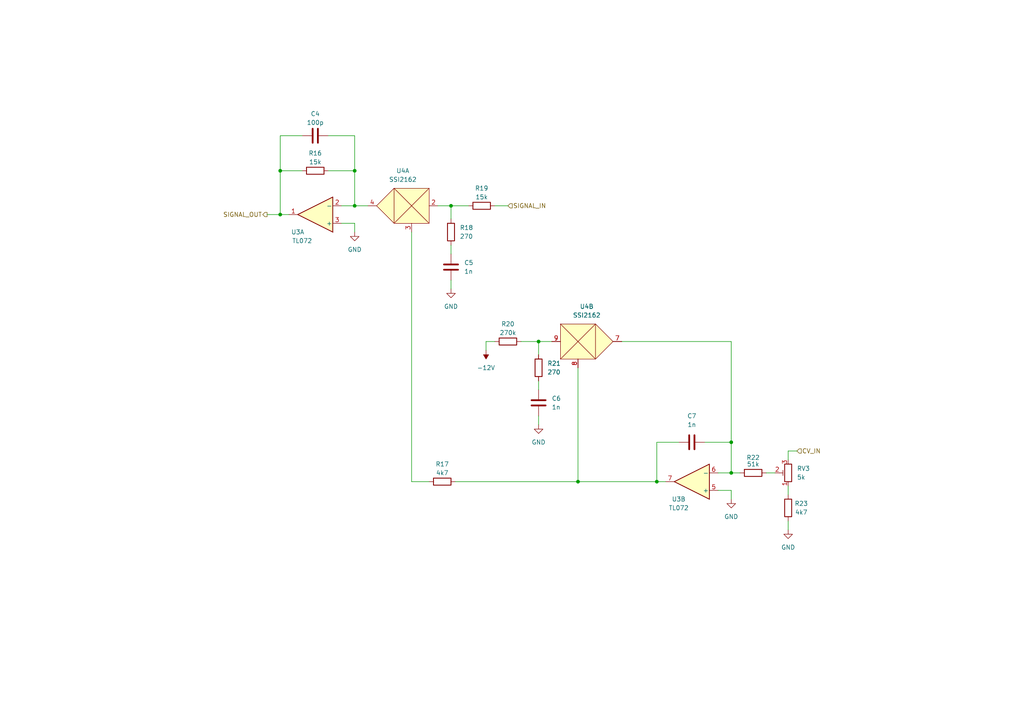
<source format=kicad_sch>
(kicad_sch (version 20211123) (generator eeschema)
  (paper "A4")
  (title_block (title "Late MS20 VCF plug-in board") (date "2022-07-29") (rev "0.1") (comment 1 "creativecommons.org/licenses/by/4.0/") (comment 2 "License: CC by 4.0") (comment 3 "Author: Jordan Aceto"))
  (lib_symbols
    (symbol "Amplifier_Operational:TL072" (pin_names (offset 0.127))
      (property "Reference" "U" (at 0 5.08 0))
      (property "Value" "TL072" (at 0 -5.08 0))
      (symbol "TL072_1_1"
        (polyline (pts (xy -5.08 5.08) (xy 5.08 0) (xy -5.08 -5.08) (xy -5.08 5.08)) (stroke (width 0.254)) (fill (type background)))
        (pin output line (at 7.62 0 180) (length 2.54) (name "~") (number "1"))
        (pin input line (at -7.62 -2.54 0) (length 2.54) (name "-") (number "2"))
        (pin input line (at -7.62 2.54 0) (length 2.54) (name "+") (number "3"))
      )
      (symbol "TL072_2_1"
        (polyline (pts (xy -5.08 5.08) (xy 5.08 0) (xy -5.08 -5.08) (xy -5.08 5.08)) (stroke (width 0.254)) (fill (type background)))
        (pin input line (at -7.62 2.54 0) (length 2.54) (name "+") (number "5"))
        (pin input line (at -7.62 -2.54 0) (length 2.54) (name "-") (number "6"))
        (pin output line (at 7.62 0 180) (length 2.54) (name "~") (number "7"))
      )
      (symbol "TL072_3_1"
        (pin power_in line (at -2.54 -7.62 90) (length 3.81) (name "V-") (number "4"))
        (pin power_in line (at -2.54 7.62 270) (length 3.81) (name "V+") (number "8"))
      )
    )
    (symbol "Device:C" (pin_numbers hide) (pin_names (offset 0.254))
      (property "Reference" "C" (at 0.635 2.54 0))
      (property "Value" "C" (at 0.635 -2.54 0))
      (symbol "C_0_1"
        (polyline (pts (xy -2.032 -0.762) (xy 2.032 -0.762)) (stroke (width 0.508)))
        (polyline (pts (xy -2.032 0.762) (xy 2.032 0.762)) (stroke (width 0.508)))
      )
      (symbol "C_1_1"
        (pin passive line (at 0 3.81 270) (length 2.794) (name "~") (number "1"))
        (pin passive line (at 0 -3.81 90) (length 2.794) (name "~") (number "2"))
      )
    )
    (symbol "Device:R" (pin_numbers hide) (pin_names (offset 0))
      (property "Reference" "R" (at 2.032 0 90))
      (property "Value" "R" (at 0 0 90))
      (symbol "R_0_1"
        (rectangle (start -1.016 -2.54) (end 1.016 2.54) (stroke (width 0.254)))
      )
      (symbol "R_1_1"
        (pin passive line (at 0 3.81 270) (length 1.27) (name "~") (number "1"))
        (pin passive line (at 0 -3.81 90) (length 1.27) (name "~") (number "2"))
      )
    )
    (symbol "Device:R_Potentiometer_Trim" (pin_names (offset 1.016) hide)
      (property "Reference" "RV" (at -4.445 0 90))
      (property "Value" "R_Potentiometer_Trim" (at -2.54 0 90))
      (symbol "R_Potentiometer_Trim_0_1"
        (polyline (pts (xy 1.524 0.762) (xy 1.524 -0.762)))
        (polyline (pts (xy 2.54 0) (xy 1.524 0)))
        (rectangle (start 1.016 2.54) (end -1.016 -2.54) (stroke (width 0.254)))
      )
      (symbol "R_Potentiometer_Trim_1_1"
        (pin passive line (at 0 3.81 270) (length 1.27) (name "1") (number "1"))
        (pin passive line (at 3.81 0 180) (length 1.27) (name "2") (number "2"))
        (pin passive line (at 0 -3.81 90) (length 1.27) (name "3") (number "3"))
      )
    )
    (symbol "SSI2162_1" (pin_names (offset 1.016))
      (property "Reference" "U" (at 0 -12.7 0))
      (property "Value" "SSI2162_1" (at 0 7.62 0))
      (symbol "SSI2162_1_1_1"
        (rectangle (start -5.08 5.08) (end 5.08 -5.08) (fill (type background)))
        (polyline (pts (xy 5.08 5.08) (xy -5.08 -5.08)))
        (polyline (pts (xy 5.08 5.08) (xy 10.16 0) (xy 5.08 -5.08) (xy -5.08 5.08)) (fill (type background)))
        (pin input line (at -7.62 0 0) (length 2.54) (name "~") (number "2"))
        (pin input line (at 0 -7.62 90) (length 2.54) (name "~") (number "3"))
        (pin output line (at 12.7 0 180) (length 2.54) (name "~") (number "4"))
      )
      (symbol "SSI2162_1_2_1"
        (rectangle (start -5.08 5.08) (end 5.08 -5.08) (fill (type background)))
        (polyline (pts (xy 5.08 5.08) (xy -5.08 -5.08)))
        (polyline (pts (xy 5.08 5.08) (xy 10.16 0) (xy 5.08 -5.08) (xy -5.08 5.08)) (fill (type background)))
        (pin output line (at 12.7 0 180) (length 2.54) (name "~") (number "7"))
        (pin input line (at 0 -7.62 90) (length 2.54) (name "~") (number "8"))
        (pin input line (at -7.62 0 0) (length 2.54) (name "~") (number "9"))
      )
      (symbol "SSI2162_1_3_1"
        (rectangle (start 3.81 -10.16) (end -3.81 6.35) (fill (type background)))
        (pin input line (at 6.35 3.81 180) (length 2.54) (name "MODE") (number "1"))
        (pin power_in line (at 6.35 0 180) (length 2.54) (name "V+") (number "10"))
        (pin power_in line (at 6.35 -3.81 180) (length 2.54) (name "GND") (number "5"))
        (pin power_in line (at 6.35 -7.62 180) (length 2.54) (name "V-") (number "6"))
      )
    )
    (symbol "custom_symbols:SSI2162" (pin_names (offset 1.016))
      (property "Reference" "U" (at 0 -12.7 0))
      (property "Value" "SSI2162" (at 0 7.62 0))
      (symbol "SSI2162_1_1"
        (rectangle (start -5.08 5.08) (end 5.08 -5.08) (fill (type background)))
        (polyline (pts (xy 5.08 5.08) (xy -5.08 -5.08)))
        (polyline (pts (xy 5.08 5.08) (xy 10.16 0) (xy 5.08 -5.08) (xy -5.08 5.08)) (fill (type background)))
        (pin input line (at -7.62 0 0) (length 2.54) (name "~") (number "2"))
        (pin input line (at 0 -7.62 90) (length 2.54) (name "~") (number "3"))
        (pin output line (at 12.7 0 180) (length 2.54) (name "~") (number "4"))
      )
      (symbol "SSI2162_2_1"
        (rectangle (start -5.08 5.08) (end 5.08 -5.08) (fill (type background)))
        (polyline (pts (xy 5.08 5.08) (xy -5.08 -5.08)))
        (polyline (pts (xy 5.08 5.08) (xy 10.16 0) (xy 5.08 -5.08) (xy -5.08 5.08)) (fill (type background)))
        (pin output line (at 12.7 0 180) (length 2.54) (name "~") (number "7"))
        (pin input line (at 0 -7.62 90) (length 2.54) (name "~") (number "8"))
        (pin input line (at -7.62 0 0) (length 2.54) (name "~") (number "9"))
      )
      (symbol "SSI2162_3_1"
        (rectangle (start 3.81 -10.16) (end -3.81 6.35) (fill (type background)))
        (pin input line (at 6.35 3.81 180) (length 2.54) (name "MODE") (number "1"))
        (pin power_in line (at 6.35 0 180) (length 2.54) (name "V+") (number "10"))
        (pin power_in line (at 6.35 -3.81 180) (length 2.54) (name "GND") (number "5"))
        (pin power_in line (at 6.35 -7.62 180) (length 2.54) (name "V-") (number "6"))
      )
    )
    (symbol "power:-12V" (power) (pin_names (offset 0))
      (property "Value" "-12V" (at 0 3.81 0))
      (symbol "-12V_0_0"
        (pin power_in line (at 0 0 90) (length 0) hide (name "-12V") (number "1"))
      )
      (symbol "-12V_0_1"
        (polyline (pts (xy 0 0) (xy 0 1.27) (xy 0.762 1.27) (xy 0 2.54) (xy -0.762 1.27) (xy 0 1.27)) (fill (type outline)))
      )
    )
    (symbol "power:GND" (power) (pin_names (offset 0))
      (property "Value" "GND" (at 0 -3.81 0))
      (symbol "GND_0_1"
        (polyline (pts (xy 0 0) (xy 0 -1.27) (xy 1.27 -1.27) (xy 0 -2.54) (xy -1.27 -1.27) (xy 0 -1.27)))
      )
      (symbol "GND_1_1"
        (pin power_in line (at 0 0 270) (length 0) hide (name "GND") (number "1"))
      )
    )
  )
  (junction (at 190.5 139.7))
  (junction (at 102.87 59.69))
  (junction (at 130.81 59.69))
  (junction (at 81.28 49.53))
  (junction (at 212.09 128.27))
  (junction (at 102.87 49.53))
  (junction (at 167.64 139.7))
  (junction (at 212.09 137.16))
  (junction (at 156.21 99.06))
  (junction (at 81.28 62.23))
  (wire (pts (xy 156.21 120.65) (xy 156.21 123.19)))
  (wire (pts (xy 212.09 137.16) (xy 214.63 137.16)))
  (wire (pts (xy 102.87 64.77) (xy 99.06 64.77)))
  (wire (pts (xy 212.09 144.78) (xy 212.09 142.24)))
  (wire (pts (xy 167.64 106.68) (xy 167.64 139.7)))
  (wire (pts (xy 140.97 99.06) (xy 143.51 99.06)))
  (wire (pts (xy 180.34 99.06) (xy 212.09 99.06)))
  (wire (pts (xy 102.87 67.31) (xy 102.87 64.77)))
  (wire (pts (xy 212.09 137.16) (xy 212.09 128.27)))
  (wire (pts (xy 124.46 139.7) (xy 119.38 139.7)))
  (wire (pts (xy 140.97 101.6) (xy 140.97 99.06)))
  (wire (pts (xy 99.06 59.69) (xy 102.87 59.69)))
  (wire (pts (xy 81.28 49.53) (xy 81.28 62.23)))
  (wire (pts (xy 156.21 99.06) (xy 151.13 99.06)))
  (wire (pts (xy 81.28 39.37) (xy 81.28 49.53)))
  (wire (pts (xy 167.64 139.7) (xy 190.5 139.7)))
  (wire (pts (xy 81.28 62.23) (xy 83.82 62.23)))
  (wire (pts (xy 190.5 128.27) (xy 190.5 139.7)))
  (wire (pts (xy 156.21 99.06) (xy 160.02 99.06)))
  (wire (pts (xy 130.81 59.69) (xy 135.89 59.69)))
  (wire (pts (xy 102.87 59.69) (xy 102.87 49.53)))
  (wire (pts (xy 130.81 81.28) (xy 130.81 83.82)))
  (wire (pts (xy 102.87 39.37) (xy 102.87 49.53)))
  (wire (pts (xy 156.21 110.49) (xy 156.21 113.03)))
  (wire (pts (xy 222.25 137.16) (xy 224.79 137.16)))
  (wire (pts (xy 130.81 63.5) (xy 130.81 59.69)))
  (wire (pts (xy 102.87 59.69) (xy 106.68 59.69)))
  (wire (pts (xy 208.28 137.16) (xy 212.09 137.16)))
  (wire (pts (xy 130.81 59.69) (xy 127 59.69)))
  (wire (pts (xy 87.63 49.53) (xy 81.28 49.53)))
  (wire (pts (xy 196.85 128.27) (xy 190.5 128.27)))
  (wire (pts (xy 231.14 130.81) (xy 228.6 130.81)))
  (wire (pts (xy 190.5 139.7) (xy 193.04 139.7)))
  (wire (pts (xy 95.25 39.37) (xy 102.87 39.37)))
  (wire (pts (xy 212.09 128.27) (xy 204.47 128.27)))
  (wire (pts (xy 228.6 140.97) (xy 228.6 143.51)))
  (wire (pts (xy 212.09 128.27) (xy 212.09 99.06)))
  (wire (pts (xy 87.63 39.37) (xy 81.28 39.37)))
  (wire (pts (xy 77.47 62.23) (xy 81.28 62.23)))
  (wire (pts (xy 228.6 151.13) (xy 228.6 153.67)))
  (wire (pts (xy 167.64 139.7) (xy 132.08 139.7)))
  (wire (pts (xy 143.51 59.69) (xy 147.32 59.69)))
  (wire (pts (xy 119.38 67.31) (xy 119.38 139.7)))
  (wire (pts (xy 228.6 130.81) (xy 228.6 133.35)))
  (wire (pts (xy 130.81 71.12) (xy 130.81 73.66)))
  (wire (pts (xy 212.09 142.24) (xy 208.28 142.24)))
  (wire (pts (xy 102.87 49.53) (xy 95.25 49.53)))
  (wire (pts (xy 156.21 102.87) (xy 156.21 99.06)))
  (hierarchical_label "SIGNAL_IN" (shape input) (at 147.32 59.69 0))
  (hierarchical_label "SIGNAL_OUT" (shape output) (at 77.47 62.23 180))
  (hierarchical_label "CV_IN" (shape input) (at 231.14 130.81 0))
  (symbol (lib_id "custom_symbols:SSI2162") (at 119.38 59.69 0) (mirror y) (unit 1)
    (property "Reference" "U4" (at 116.84 49.53 0))
    (property "Value" "SSI2162" (at 116.84 52.07 0))
    (property "Footprint" "Package_SO:SSOP-10_3.9x4.9mm_P1.00mm" (effects hide))
    (property "Datasheet" "https://www.soundsemiconductor.com/downloads/ssi2162datasheet.pdf" (effects hide))
  )
  (symbol (lib_id "Device:R") (at 228.6 147.32 180) (unit 1)
    (property "Reference" "R23" (at 232.41 146.05 0))
    (property "Value" "4k7" (at 232.41 148.59 0))
    (property "Footprint" "Resistor_SMD:R_0603_1608Metric" (effects hide))
  )
  (symbol (lib_id "Device:R_Potentiometer_Trim") (at 228.6 137.16 180) (unit 1)
    (property "Reference" "RV3" (at 231.14 135.8899 0) (effects (justify right)))
    (property "Value" "5k" (at 231.14 138.4299 0) (effects (justify right)))
    (property "Footprint" "Potentiometer_THT:Potentiometer_Bourns_3296W_Vertical" (effects hide))
  )
  (symbol (lib_id "Device:C") (at 156.21 116.84 0) (mirror y) (unit 1)
    (property "Reference" "C6" (at 160.02 115.5699 0) (effects (justify right)))
    (property "Value" "1n" (at 160.02 118.1099 0) (effects (justify right)))
    (property "Footprint" "Capacitor_SMD:C_0603_1608Metric" (effects hide))
  )
  (symbol (lib_id "Device:R") (at 128.27 139.7 270) (mirror x) (unit 1)
    (property "Reference" "R17" (at 128.27 134.62 90))
    (property "Value" "4k7" (at 128.27 137.16 90))
    (property "Footprint" "Resistor_SMD:R_0603_1608Metric" (effects hide))
  )
  (symbol (lib_id "Device:R") (at 147.32 99.06 270) (mirror x) (unit 1)
    (property "Reference" "R20" (at 147.32 93.98 90))
    (property "Value" "270k" (at 147.32 96.52 90))
    (property "Footprint" "Resistor_SMD:R_0603_1608Metric" (effects hide))
  )
  (symbol (lib_id "Amplifier_Operational:TL072") (at 91.44 62.23 180) (unit 1)
    (property "Reference" "U3" (at 86.36 67.31 0))
    (property "Value" "TL072" (at 87.63 69.85 0))
    (property "Footprint" "Package_SO:SOIC-8_3.9x4.9mm_P1.27mm" (effects hide))
    (property "Datasheet" "http://www.ti.com/lit/ds/symlink/tl071.pdf" (effects hide))
  )
  (symbol (lib_id "Amplifier_Operational:TL072") (at 200.66 139.7 180) (unit 2)
    (property "Reference" "U3" (at 196.85 144.78 0))
    (property "Value" "TL072" (at 196.85 147.32 0))
    (property "Footprint" "Package_SO:SOIC-8_3.9x4.9mm_P1.27mm" (effects hide))
    (property "Datasheet" "http://www.ti.com/lit/ds/symlink/tl071.pdf" (effects hide))
  )
  (symbol (lib_id "Device:R") (at 156.21 106.68 0) (mirror y) (unit 1)
    (property "Reference" "R21" (at 158.75 105.4099 0) (effects (justify right)))
    (property "Value" "270" (at 158.75 107.9499 0) (effects (justify right)))
    (property "Footprint" "Resistor_SMD:R_0603_1608Metric" (effects hide))
  )
  (symbol (lib_id "Device:R") (at 139.7 59.69 90) (unit 1)
    (property "Reference" "R19" (at 139.7 54.61 90))
    (property "Value" "15k" (at 139.7 57.15 90))
    (property "Footprint" "Resistor_SMD:R_0603_1608Metric" (effects hide))
  )
  (symbol (lib_id "Device:C") (at 130.81 77.47 0) (unit 1)
    (property "Reference" "C5" (at 134.62 76.1999 0) (effects (justify left)))
    (property "Value" "1n" (at 134.62 78.7399 0) (effects (justify left)))
    (property "Footprint" "Capacitor_SMD:C_0603_1608Metric" (effects hide))
  )
  (symbol (lib_id "Device:R") (at 218.44 137.16 90) (unit 1)
    (property "Reference" "R22" (at 218.44 132.715 90))
    (property "Value" "51k" (at 218.44 134.62 90))
    (property "Footprint" "Resistor_SMD:R_0603_1608Metric" (effects hide))
  )
  (symbol (lib_id "Device:C") (at 200.66 128.27 90) (unit 1)
    (property "Reference" "C7" (at 200.66 120.65 90))
    (property "Value" "1n" (at 200.66 123.19 90))
    (property "Footprint" "Capacitor_SMD:C_0603_1608Metric" (effects hide))
  )
  (symbol (lib_id "power:GND") (at 130.81 83.82 0) (unit 1)
    (property "Reference" "#PWR017" (effects hide))
    (property "Value" "GND" (at 130.81 88.9 0))
  )
  (symbol (lib_id "power:GND") (at 102.87 67.31 0) (unit 1)
    (property "Reference" "#PWR016" (effects hide))
    (property "Value" "GND" (at 102.87 72.39 0))
  )
  (symbol (lib_id "power:GND") (at 156.21 123.19 0) (mirror y) (unit 1)
    (property "Reference" "#PWR019" (effects hide))
    (property "Value" "GND" (at 156.21 128.27 0))
  )
  (symbol (lib_name "SSI2162_1") (lib_id "custom_symbols:SSI2162") (at 167.64 99.06 0) (unit 2)
    (property "Reference" "U4" (at 170.18 88.9 0))
    (property "Value" "SSI2162" (at 170.18 91.44 0))
    (property "Footprint" "Package_SO:SSOP-10_3.9x4.9mm_P1.00mm" (effects hide))
    (property "Datasheet" "https://www.soundsemiconductor.com/downloads/ssi2162datasheet.pdf" (effects hide))
  )
  (symbol (lib_id "power:GND") (at 212.09 144.78 0) (unit 1)
    (property "Reference" "#PWR020" (effects hide))
    (property "Value" "GND" (at 212.09 149.86 0))
  )
  (symbol (lib_id "Device:R") (at 130.81 67.31 0) (unit 1)
    (property "Reference" "R18" (at 133.35 66.0399 0) (effects (justify left)))
    (property "Value" "270" (at 133.35 68.5799 0) (effects (justify left)))
    (property "Footprint" "Resistor_SMD:R_0603_1608Metric" (effects hide))
  )
  (symbol (lib_id "Device:R") (at 91.44 49.53 90) (unit 1)
    (property "Reference" "R16" (at 91.44 44.45 90))
    (property "Value" "15k" (at 91.44 46.99 90))
    (property "Footprint" "Resistor_SMD:R_0603_1608Metric" (effects hide))
  )
  (symbol (lib_id "power:GND") (at 228.6 153.67 0) (unit 1)
    (property "Reference" "#PWR021" (effects hide))
    (property "Value" "GND" (at 228.6 158.75 0))
  )
  (symbol (lib_id "Device:C") (at 91.44 39.37 90) (unit 1)
    (property "Reference" "C4" (at 91.44 33.02 90))
    (property "Value" "100p" (at 91.44 35.56 90))
    (property "Footprint" "Capacitor_SMD:C_0603_1608Metric" (effects hide))
  )
  (symbol (lib_id "power:-12V") (at 140.97 101.6 180) (unit 1)
    (property "Reference" "#PWR018" (effects hide))
    (property "Value" "-12V" (at 140.97 106.68 0))
  )
)
</source>
